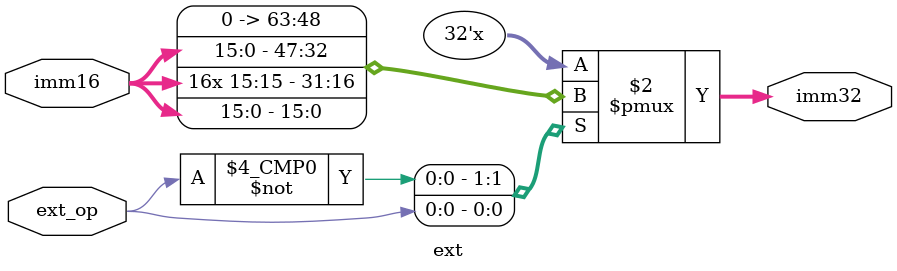
<source format=v>
/*module ext (
	input [15:0] immediate, 
	input ExtSel, 
	output [31:0] extended_immediate
    );
	assign extended_immediate = (ExtSel)?{{16{immediate[15]}}, immediate[15:0]}
											:{{16{1'b0}}, immediate[15:0]};
endmodule*/

module ext(imm16, ext_op, imm32);

    output reg [31:0] imm32;
    input ext_op;
    input [15:0] imm16;

    always @(*) begin
        case (ext_op)
            0: imm32 = {{16{1'b0}}, imm16};
            1: imm32 = {{16{imm16[15]}}, imm16};
        endcase
    end

endmodule
</source>
